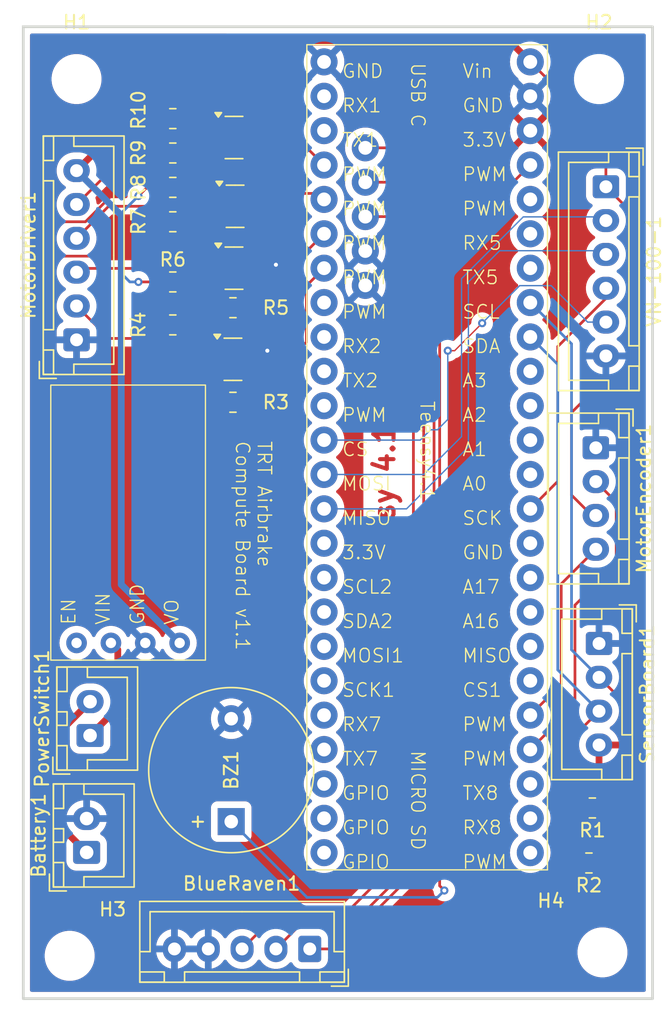
<source format=kicad_pcb>
(kicad_pcb (version 20240108) (generator "pcbnew") (generator_version "8.0")
  (layers (0 "F.Cu" signal) (31 "B.Cu" signal) (34 "B.Paste" user) (35 "F.Paste" user) (36 "B.SilkS" user "B.Silkscreen") (37 "F.SilkS" user "F.Silkscreen") (38 "B.Mask" user) (39 "F.Mask" user) (44 "Edge.Cuts" user))
  (net 0 "")
  (net 1 "Net-(Battery1-Pin_1)")
  (net 2 "/BR-RX")
  (net 3 "/BR-TX")
  (net 4 "/usb_5v")
  (net 5 "/D+")
  (net 6 "/D-")
  (net 7 "+5V")
  (net 8 "/BK")
  (net 9 "/SV")
  (net 10 "/SDA")
  (net 11 "+3.3V")
  (net 12 "/SCL")
  (net 14 "GND")
  (net 18 "/SCK")
  (net 24 "/MOSI")
  (net 33 "Net-(Buck_Converter1-VIN)")
  (net 34 "Net-(MotorDriver1-Pin_3)")
  (net 35 "Net-(MotorDriver1-Pin_2)")
  (net 37 "/CS")
  (net 43 "/MISO")
  (net 49 "/buzzer")
  (net 50 "Net-(MotorDriver1-Pin_5)")
  (net 51 "Net-(MotorDriver1-Pin_4)")
  (net 52 "/Encoder_A")
  (net 53 "/Encoder_B")
  (net 54 "/Dir")
  (net 55 "/Stop")
  (net 58 "Net-(Q1-B)")
  (net 59 "Net-(Q2-B)")
  (net 60 "Net-(Q3-B)")
  (net 61 "Net-(Q4-B)")
  (footprint "MountingHole:MountingHole_3.2mm_M3" (layer "F.Cu") (at 138.43 132.334)
    (property "Reference" "H3" (at 3.175 -3.429 0) (layer "F.SilkS"))
    (property "Value" "MountingHole")
    (pad "" np_thru_hole circle (at 0 0) (size 3.2 3.2) (drill 3.2) (layers "*.Cu" "*.Mask"))
  )
  (footprint "Resistor_SMD:R_0805_2012Metric_Pad1.20x1.40mm_HandSolder" (layer "F.Cu") (at 146.05 73.025)
    (property "Reference" "R9" (at -2.54 0 90) (layer "F.SilkS"))
    (property "Value" "3.3kΩ")
    (pad "1" smd roundrect (at -1 0) (size 1.2 1.4) (layers "F.Cu" "F.Paste" "F.Mask") (roundrect_rratio 0.208333) (net 11 "+3.3V"))
    (pad "2" smd roundrect (at 1 0) (size 1.2 1.4) (layers "F.Cu" "F.Paste" "F.Mask") (roundrect_rratio 0.208333) (net 61 "Net-(Q4-B)"))
  )
  (footprint "Connector_JST:JST_XH_B5B-XH-A_1x05_P2.50mm_Vertical" (layer "F.Cu") (at 156.17 131.826 180)
    (property "Reference" "BlueRaven1" (at 5.04 4.826 180) (layer "F.SilkS"))
    (property "Value" "Conn_01x05")
    (pad "1" thru_hole roundrect (at 0 0 180) (size 1.7 1.95) (drill 0.95) (layers "*.Cu" "*.Mask") (roundrect_rratio 0.147059) (net 4 "/usb_5v"))
    (pad "2" thru_hole oval (at 2.5 0 180) (size 1.7 1.95) (drill 0.95) (layers "*.Cu" "*.Mask") (net 6 "/D-"))
    (pad "3" thru_hole oval (at 5 0 180) (size 1.7 1.95) (drill 0.95) (layers "*.Cu" "*.Mask") (net 5 "/D+"))
    (pad "4" thru_hole oval (at 7.5 0 180) (size 1.7 1.95) (drill 0.95) (layers "*.Cu" "*.Mask") (net 14 "GND"))
    (pad "5" thru_hole oval (at 10 0 180) (size 1.7 1.95) (drill 0.95) (layers "*.Cu" "*.Mask") (net 14 "GND"))
  )
  (footprint "Breakout Boards:Teensy_4.1_USB" (layer "F.Cu") (at 164.846 95.504)
    (property "Reference" "Teensy4.1" (at 0 -0.5 -90) (layer "F.SilkS") (effects (font (thickness 0.1))))
    (property "Value" "~")
    (fp_text user "3.3V" (at -6.35 7.62 0) (layer "F.SilkS") (effects (font (thickness 0.1)) (justify left bottom)))
    (fp_text user "PWM" (at 2.54 -17.78 0) (layer "F.SilkS") (effects (font (thickness 0.1)) (justify left bottom)))
    (fp_text user "SCK1" (at -6.35 17.78 0) (layer "F.SilkS") (effects (font (thickness 0.1)) (justify left bottom)))
    (fp_text user "SDA" (at 2.54 -7.62 0) (layer "F.SilkS") (effects (font (thickness 0.1)) (justify left bottom)))
    (fp_text user "GND" (at 2.54 7.62 0) (layer "F.SilkS") (effects (font (thickness 0.1)) (justify left bottom)))
    (fp_text user "PWM" (at 2.54 -20.32 0) (layer "F.SilkS") (effects (font (thickness 0.1)) (justify left bottom)))
    (fp_text user "PWM" (at 2.54 30.48 0) (layer "F.SilkS") (effects (font (thickness 0.1)) (justify left bottom)))
    (fp_text user "Vin" (at 2.54 -27.94 0) (layer "F.SilkS") (effects (font (thickness 0.1)) (justify left bottom)))
    (fp_text user "TX5" (at 2.54 -12.7 0) (layer "F.SilkS") (effects (font (thickness 0.1)) (justify left bottom)))
    (fp_text user "TX1" (at -6.35 -22.86 0) (layer "F.SilkS") (effects (font (thickness 0.1)) (justify left bottom)))
    (fp_text user "A16" (at 2.54 12.7 0) (layer "F.SilkS") (effects (font (thickness 0.1)) (justify left bottom)))
    (fp_text user "CS" (at -6.35 0 0) (layer "F.SilkS") (effects (font (thickness 0.1)) (justify left bottom)))
    (fp_text user "GPIO" (at -6.35 27.94 0) (layer "F.SilkS") (effects (font (thickness 0.1)) (justify left bottom)))
    (fp_text user "A3" (at 2.54 -5.08 0) (layer "F.SilkS") (effects (font (thickness 0.1)) (justify left bottom)))
    (fp_text user "3.3V" (at 2.54 -22.86 0) (layer "F.SilkS") (effects (font (thickness 0.1)) (justify left bottom)))
    (fp_text user "RX5" (at 2.54 -15.24 0) (layer "F.SilkS") (effects (font (thickness 0.1)) (justify left bottom)))
    (fp_text user "PWM" (at 2.54 20.32 0) (layer "F.SilkS") (effects (font (thickness 0.1)) (justify left bottom)))
    (fp_text user "RX8" (at 2.54 27.94 0) (layer "F.SilkS") (effects (font (thickness 0.1)) (justify left bottom)))
    (fp_text user "PWM" (at 2.54 22.86 0) (layer "F.SilkS") (effects (font (thickness 0.1)) (justify left bottom)))
    (fp_text user "PWM" (at -6.35 -20.32 0) (layer "F.SilkS") (effects (font (thickness 0.1)) (justify left bottom)))
    (fp_text user "SCL2" (at -6.35 10.16 0) (layer "F.SilkS") (effects (font (thickness 0.1)) (justify left bottom)))
    (fp_text user "GND" (at 2.54 -25.4 0) (layer "F.SilkS") (effects (font (thickness 0.1)) (justify left bottom)))
    (fp_text user "A17" (at 2.54 10.16 0) (layer "F.SilkS") (effects (font (thickness 0.1)) (justify left bottom)))
    (fp_text user "A2" (at 2.54 -2.54 0) (layer "F.SilkS") (effects (font (thickness 0.1)) (justify left bottom)))
    (fp_text user "GND" (at -6.35 -27.94 0) (layer "F.SilkS") (effects (font (thickness 0.1)) (justify left bottom)))
    (fp_text user "GPIO" (at -6.35 25.4 0) (layer "F.SilkS") (effects (font (thickness 0.1)) (justify left bottom)))
    (fp_text user "SDA2" (at -6.35 12.7 0) (layer "F.SilkS") (effects (font (thickness 0.1)) (justify left bottom)))
    (fp_text user "PWM" (at -6.35 -12.7 0) (layer "F.SilkS") (effects (font (thickness 0.1)) (justify left bottom)))
    (fp_text user "MOSI1" (at -6.35 15.24 0) (layer "F.SilkS") (effects (font (thickness 0.1)) (justify left bottom)))
    (fp_text user "TX8" (at 2.54 25.4 0) (layer "F.SilkS") (effects (font (thickness 0.1)) (justify left bottom)))
    (fp_text user "A1" (at 2.54 0 0) (layer "F.SilkS") (effects (font (thickness 0.1)) (justify left bottom)))
    (fp_text user "MISO" (at -6.35 5.08 0) (layer "F.SilkS") (effects (font (thickness 0.1)) (justify left bottom)))
    (fp_text user "TX7" (at -6.35 22.86 0) (layer "F.SilkS") (effects (font (thickness 0.1)) (justify left bottom)))
    (fp_text user "SCL" (at 2.54 -10.16 0) (layer "F.SilkS") (effects (font (thickness 0.1)) (justify left bottom)))
    (fp_text user "RX2" (at -6.35 -7.62 0) (layer "F.SilkS") (effects (font (thickness 0.1)) (justify left bottom)))
    (fp_text user "MICRO SD" (at -1.27 21.59 -90) (layer "F.SilkS") (effects (font (thickness 0.1)) (justify left bottom)))
    (fp_text user "SCK" (at 2.54 5.08 0) (layer "F.SilkS") (effects (font (thickness 0.1)) (justify left bottom)))
    (fp_text user "RX1" (at -6.35 -25.4 0) (layer "F.SilkS") (effects (font (thickness 0.1)) (justify left bottom)))
    (fp_text user "GPIO" (at -6.35 30.48 0) (layer "F.SilkS") (effects (font (thickness 0.1)) (justify left bottom)))
    (fp_text user "A0" (at 2.54 2.54 0) (layer "F.SilkS") (effects (font (thickness 0.1)) (justify left bottom)))
    (fp_text user "MOSI" (at -6.35 2.54 0) (layer "F.SilkS") (effects (font (thickness 0.1)) (justify left bottom)))
    (fp_text user "RX7" (at -6.35 20.32 0) (layer "F.SilkS") (effects (font (thickness 0.1)) (justify left bottom)))
    (fp_text user "TX2" (at -6.35 -5.08 0) (layer "F.SilkS") (effects (font (thickness 0.1)) (justify left bottom)))
    (fp_text user "CS1" (at 2.54 17.78 0) (layer "F.SilkS") (effects (font (thickness 0.1)) (justify left bottom)))
    (fp_text user "MISO" (at 2.54 15.24 0) (layer "F.SilkS") (effects (font (thickness 0.1)) (justify left bottom)))
    (fp_text user "PWM" (at -6.35 -17.78 0) (layer "F.SilkS") (effects (font (thickness 0.1)) (justify left bottom)))
    (fp_text user "PWM" (at -6.35 -10.16 0) (layer "F.SilkS") (effects (font (thickness 0.1)) (justify left bottom)))
    (fp_text user "USB C" (at -1.27 -29.21 -90) (layer "F.SilkS") (effects (font (thickness 0.1)) (justify left bottom)))
    (fp_text user "PWM" (at -6.35 -15.24 0) (layer "F.SilkS") (effects (font (thickness 0.1)) (justify left bottom)))
    (fp_text user "PWM" (at -6.35 -2.54 0) (layer "F.SilkS") (effects (font (thickness 0.1)) (justify left bottom)))
    (pad "0" thru_hole circle (at -7.62 -29.21) (size 2 2) (drill 1.02) (layers "*.Cu" "*.Mask") (net 14 "GND"))
    (pad "1" thru_hole circle (at -7.62 -26.67) (size 2 2) (drill 1.02) (layers "*.Cu" "*.Mask"))
    (pad "2" thru_hole circle (at -7.62 -24.13) (size 2 2) (drill 1.02) (layers "*.Cu" "*.Mask"))
    (pad "3" thru_hole circle (at -7.62 -21.59) (size 2 2) (drill 1.02) (layers "*.Cu" "*.Mask") (net 9 "/SV"))
    (pad "4" thru_hole circle (at -7.62 -19.05) (size 2 2) (drill 1.02) (layers "*.Cu" "*.Mask") (net 8 "/BK"))
    (pad "5" thru_hole circle (at -7.62 -16.51) (size 2 2) (drill 1.02) (layers "*.Cu" "*.Mask") (net 55 "/Stop"))
    (pad "6" thru_hole circle (at -7.62 -13.97) (size 2 2) (drill 1.02) (layers "*.Cu" "*.Mask") (net 54 "/Dir"))
    (pad "7" thru_hole circle (at -7.62 -11.43) (size 2 2) (drill 1.02) (layers "*.Cu" "*.Mask"))
    (pad "8" thru_hole circle (at -7.62 -8.89) (size 2 2) (drill 1.02) (layers "*.Cu" "*.Mask"))
    (pad "9" thru_hole circle (at -7.62 -6.35) (size 2 2) (drill 1.02) (layers "*.Cu" "*.Mask"))
    (pad "10" thru_hole circle (at -7.62 -3.81) (size 2 2) (drill 1.02) (layers "*.Cu" "*.Mask"))
    (pad "11" thru_hole circle (at -7.62 -1.27) (size 2 2) (drill 1.02) (layers "*.Cu" "*.Mask") (net 37 "/CS"))
    (pad "12" thru_hole circle (at -7.62 1.27) (size 2 2) (drill 1.02) (layers "*.Cu" "*.Mask") (net 24 "/MOSI"))
    (pad "13" thru_hole circle (at -7.62 3.81) (size 2 2) (drill 1.02) (layers "*.Cu" "*.Mask") (net 43 "/MISO"))
    (pad "14" thru_hole circle (at -7.62 6.35) (size 2 2) (drill 1.02) (layers "*.Cu" "*.Mask"))
    (pad "15" thru_hole circle (at -7.62 8.89) (size 2 2) (drill 1.02) (layers "*.Cu" "*.Mask"))
    (pad "16" thru_hole circle (at -7.62 11.43) (size 2 2) (drill 1.02) (layers "*.Cu" "*.Mask"))
    (pad "17" thru_hole circle (at -7.62 13.97) (size 2 2) (drill 1.02) (layers "*.Cu" "*.Mask"))
    (pad "18" thru_hole circle (at -7.62 16.51) (size 2 2) (drill 1.02) (layers "*.Cu" "*.Mask"))
    (pad "19" thru_hole circle (at -7.62 19.05) (size 2 2) (drill 1.02) (layers "*.Cu" "*.Mask"))
    (pad "20" thru_hole circle (at -7.62 21.59) (size 2 2) (drill 1.02) (layers "*.Cu" "*.Mask"))
    (pad "21" thru_hole circle (at -7.62 24.13) (size 2 2) (drill 1.02) (layers "*.Cu" "*.Mask"))
    (pad "22" thru_hole circle (at -7.62 26.67) (size 2 2) (drill 1.02) (layers "*.Cu" "*.Mask"))
    (pad "23" thru_hole circle (at -7.62 29.21) (size 2 2) (drill 1.02) (layers "*.Cu" "*.Mask"))
    (pad "24" thru_hole circle (at 7.62 29.21) (size 2 2) (drill 1.02) (layers "*.Cu" "*.Mask"))
    (pad "25" thru_hole circle (at 7.62 26.67) (size 2 2) (drill 1.02) (layers "*.Cu" "*.Mask"))
    (pad "26" thru_hole circle (at 7.62 24.13) (size 2 2) (drill 1.02) (layers "*.Cu" "*.Mask"))
    (pad "27" thru_hole circle (at 7.62 21.59) (size 2 2) (drill 1.02) (layers "*.Cu" "*.Mask") (net 52 "/Encoder_A"))
    (pad "28" thru_hole circle (at 7.62 19.05) (size 2 2) (drill 1.02) (layers "*.Cu" "*.Mask") (net 53 "/Encoder_B"))
    (pad "29" thru_hole circle (at 7.62 16.51) (size 2 2) (drill 1.02) (layers "*.Cu" "*.Mask"))
    (pad "30" thru_hole circle (at 7.62 13.97) (size 2 2) (drill 1.02) (layers "*.Cu" "*.Mask"))
    (pad "31" thru_hole circle (at 7.62 11.43) (size 2 2) (drill 1.02) (layers "*.Cu" "*.Mask"))
    (pad "32" thru_hole circle (at 7.62 8.89) (size 2 2) (drill 1.02) (layers "*.Cu" "*.Mask"))
    (pad "33" thru_hole circle (at 7.62 6.35) (size 2 2) (drill 1.02) (layers "*.Cu" "*.Mask"))
    (pad "34" thru_hole circle (at 7.62 3.81) (size 2 2) (drill 1.02) (layers "*.Cu" "*.Mask") (net 18 "/SCK"))
    (pad "35" thru_hole circle (at 7.62 1.27) (size 2 2) (drill 1.02) (layers "*.Cu" "*.Mask"))
    (pad "36" thru_hole circle (at 7.62 -1.27) (size 2 2) (drill 1.02) (layers "*.Cu" "*.Mask"))
    (pad "37" thru_hole circle (at 7.62 -3.81) (size 2 2) (drill 1.02) (layers "*.Cu" "*.Mask"))
    (pad "38" thru_hole circle (at 7.62 -6.35) (size 2 2) (drill 1.02) (layers "*.Cu" "*.Mask"))
    (pad "39" thru_hole circle (at 7.62 -8.89) (size 2 2) (drill 1.02) (layers "*.Cu" "*.Mask") (net 10 "/SDA"))
    (pad "40" thru_hole circle (at 7.62 -11.43) (size 2 2) (drill 1.02) (layers "*.Cu" "*.Mask") (net 12 "/SCL"))
    (pad "41" thru_hole circle (at 7.62 -13.97) (size 2 2) (drill 1.02) (layers "*.Cu" "*.Mask") (net 2 "/BR-RX"))
    (pad "42" thru_hole circle (at 7.62 -16.51) (size 2 2) (drill 1.02) (layers "*.Cu" "*.Mask") (net 3 "/BR-TX"))
    (pad "43" thru_hole circle (at 7.62 -19.05) (size 2 2) (drill 1.02) (layers "*.Cu" "*.Mask"))
    (pad "44" thru_hole circle (at 7.62 -21.59) (size 2 2) (drill 1.02) (layers "*.Cu" "*.Mask") (net 49 "/buzzer"))
    (pad "45" thru_hole circle (at 7.62 -24.13) (size 2 2) (drill 1.02) (layers "*.Cu" "*.Mask") (net 11 "+3.3V"))
    (pad "46" thru_hole circle (at 7.62 -26.67) (size 2 2) (drill 1.02) (layers "*.Cu" "*.Mask") (net 14 "GND"))
    (pad "47" thru_hole circle (at 7.62 -29.21) (size 2 2) (drill 1.02) (layers "*.Cu" "*.Mask") (net 7 "+5V"))
    (pad "48" thru_hole circle (at -4.57 -22.86) (size 2 2) (drill 1.02) (layers "*.Cu" "*.Mask") (net 4 "/usb_5v"))
    (pad "49" thru_hole circle (at -4.57 -20.32) (size 2 2) (drill 1.02) (layers "*.Cu" "*.Mask") (net 6 "/D-"))
    (pad "50" thru_hole circle (at -4.57 -17.78) (size 2 2) (drill 1.02) (layers "*.Cu" "*.Mask") (net 5 "/D+"))
    (pad "51" thru_hole circle (at -4.57 -15.24) (size 2 2) (drill 1.02) (layers "*.Cu" "*.Mask") (net 14 "GND"))
    (pad "52" thru_hole circle (at -4.57 -12.7) (size 2 2) (drill 1.02) (layers "*.Cu" "*.Mask") (net 14 "GND"))
  )
  (footprint "Buzzer_Beeper:Buzzer_12x9.5RM7.6" (layer "F.Cu") (at 150.368 122.418 90)
    (property "Reference" "BZ1" (at 3.8 0 -90) (layer "F.SilkS"))
    (property "Value" "Buzzer")
    (fp_text user "+" (at -0.01 -2.54 -90) (layer "F.SilkS"))
    (pad "1" thru_hole rect (at 0 0 90) (size 2 2) (drill 1) (layers "*.Cu" "*.Mask") (net 49 "/buzzer"))
    (pad "2" thru_hole circle (at 7.6 0 90) (size 2 2) (drill 1) (layers "*.Cu" "*.Mask") (net 14 "GND"))
  )
  (footprint "Resistor_SMD:R_0805_2012Metric_Pad1.20x1.40mm_HandSolder" (layer "F.Cu") (at 176.8 125.476 180)
    (property "Reference" "R2" (at 0 -1.65 180) (layer "F.SilkS"))
    (property "Value" "3.3kΩ")
    (pad "1" smd roundrect (at -1 0 180) (size 1.2 1.4) (layers "F.Cu" "F.Paste" "F.Mask") (roundrect_rratio 0.208333) (net 11 "+3.3V"))
    (pad "2" smd roundrect (at 1 0 180) (size 1.2 1.4) (layers "F.Cu" "F.Paste" "F.Mask") (roundrect_rratio 0.208333) (net 10 "/SDA"))
  )
  (footprint "Resistor_SMD:R_0805_2012Metric_Pad1.20x1.40mm_HandSolder" (layer "F.Cu") (at 146.05 70.485)
    (property "Reference" "R10" (at -2.54 -0.635 90) (layer "F.SilkS"))
    (property "Value" "10kΩ")
    (pad "1" smd roundrect (at -1 0) (size 1.2 1.4) (layers "F.Cu" "F.Paste" "F.Mask") (roundrect_rratio 0.208333) (net 7 "+5V"))
    (pad "2" smd roundrect (at 1 0) (size 1.2 1.4) (layers "F.Cu" "F.Paste" "F.Mask") (roundrect_rratio 0.208333) (net 50 "Net-(MotorDriver1-Pin_5)"))
  )
  (footprint "Resistor_SMD:R_0805_2012Metric_Pad1.20x1.40mm_HandSolder" (layer "F.Cu") (at 146.05 78.105)
    (property "Reference" "R7" (at -2.54 0 90) (layer "F.SilkS"))
    (property "Value" "3.3kΩ")
    (pad "1" smd roundrect (at -1 0) (size 1.2 1.4) (layers "F.Cu" "F.Paste" "F.Mask") (roundrect_rratio 0.208333) (net 11 "+3.3V"))
    (pad "2" smd roundrect (at 1 0) (size 1.2 1.4) (layers "F.Cu" "F.Paste" "F.Mask") (roundrect_rratio 0.208333) (net 60 "Net-(Q3-B)"))
  )
  (footprint "Breakout Boards:Buck_Converter" (layer "F.Cu") (at 142.748 100.33)
    (property "Reference" "Buck_Converter1" (hide yes))
    (property "Value" "~")
    (fp_text user "GND" (at 1.27 7.62 90) (layer "F.SilkS") (effects (font (thickness 0.1)) (justify left bottom)))
    (fp_text user "EN" (at -3.81 7.62 90) (layer "F.SilkS") (effects (font (thickness 0.1)) (justify left bottom)))
    (fp_text user "VIN" (at -1.27 7.62 90) (layer "F.SilkS") (effects (font (thickness 0.1)) (justify left bottom)))
    (fp_text user "VO" (at 3.81 7.62 90) (layer "F.SilkS") (effects (font (thickness 0.1)) (justify left bottom)))
    (pad "0" thru_hole circle (at -3.81 8.89) (size 1.524 1.524) (drill 0.762) (layers "*.Cu" "*.Mask"))
    (pad "1" thru_hole circle (at -1.27 8.89) (size 1.524 1.524) (drill 0.762) (layers "*.Cu" "*.Mask") (net 33 "Net-(Buck_Converter1-VIN)"))
    (pad "2" thru_hole circle (at 1.27 8.89) (size 1.524 1.524) (drill 0.762) (layers "*.Cu" "*.Mask") (net 14 "GND"))
    (pad "3" thru_hole circle (at 3.81 8.89) (size 1.524 1.524) (drill 0.762) (layers "*.Cu" "*.Mask") (net 7 "+5V"))
  )
  (footprint "Connector_JST:JST_XH_B6B-XH-A_1x06_P2.50mm_Vertical" (layer "F.Cu") (at 178.054 75.518 -90)
    (property "Reference" "VN-100-1" (at 6.25 -3.55 90) (layer "F.SilkS"))
    (property "Value" "Conn_01x06")
    (pad "1" thru_hole roundrect (at 0 0 270) (size 1.7 1.95) (drill 0.95) (layers "*.Cu" "*.Mask") (roundrect_rratio 0.147059) (net 7 "+5V"))
    (pad "2" thru_hole oval (at 2.5 0 270) (size 1.7 1.95) (drill 0.95) (layers "*.Cu" "*.Mask") (net 24 "/MOSI"))
    (pad "3" thru_hole oval (at 5 0 270) (size 1.7 1.95) (drill 0.95) (layers "*.Cu" "*.Mask") (net 43 "/MISO"))
    (pad "4" thru_hole oval (at 7.5 0 270) (size 1.7 1.95) (drill 0.95) (layers "*.Cu" "*.Mask") (net 18 "/SCK"))
    (pad "5" thru_hole oval (at 10 0 270) (size 1.7 1.95) (drill 0.95) (layers "*.Cu" "*.Mask") (net 37 "/CS"))
    (pad "6" thru_hole oval (at 12.5 0 270) (size 1.7 1.95) (drill 0.95) (layers "*.Cu" "*.Mask") (net 14 "GND"))
  )
  (footprint "Connector_JST:JST_XH_B2B-XH-A_1x02_P2.50mm_Vertical" (layer "F.Cu") (at 139.937 116.058 90)
    (property "Reference" "PowerSwitch1" (at 1.25 -3.55 -90) (layer "F.SilkS"))
    (property "Value" "Conn_01x02")
    (pad "1" thru_hole roundrect (at 0 0 90) (size 1.7 2) (drill 1) (layers "*.Cu" "*.Mask") (roundrect_rratio 0.147059) (net 33 "Net-(Buck_Converter1-VIN)"))
    (pad "2" thru_hole oval (at 2.5 0 90) (size 1.7 2) (drill 1) (layers "*.Cu" "*.Mask") (net 1 "Net-(Battery1-Pin_1)"))
  )
  (footprint "Connector_JST:JST_XH_B4B-XH-A_1x04_P2.50mm_Vertical" (layer "F.Cu") (at 177.546 109.26 -90)
    (property "Reference" "SensorBoard1" (at 3.75 -3.55 90) (layer "F.SilkS"))
    (property "Value" "Conn_01x04")
    (pad "1" thru_hole roundrect (at 0 0 270) (size 1.7 1.95) (drill 0.95) (layers "*.Cu" "*.Mask") (roundrect_rratio 0.147059) (net 14 "GND"))
    (pad "2" thru_hole oval (at 2.5 0 270) (size 1.7 1.95) (drill 0.95) (layers "*.Cu" "*.Mask") (net 12 "/SCL"))
    (pad "3" thru_hole oval (at 5 0 270) (size 1.7 1.95) (drill 0.95) (layers "*.Cu" "*.Mask") (net 10 "/SDA"))
    (pad "4" thru_hole oval (at 7.5 0 270) (size 1.7 1.95) (drill 0.95) (layers "*.Cu" "*.Mask") (net 11 "+3.3V"))
  )
  (footprint "MountingHole:MountingHole_3.2mm_M3" (layer "F.Cu") (at 138.938 67.564)
    (property "Reference" "H1" (at 0 -4.2 0) (layer "F.SilkS"))
    (property "Value" "MountingHole")
    (pad "" np_thru_hole circle (at 0 0) (size 3.2 3.2) (drill 3.2) (layers "F&B.Cu" "*.Mask"))
  )
  (footprint "MountingHole:MountingHole_3.2mm_M3" (layer "F.Cu") (at 177.8 132.08)
    (property "Reference" "H4" (at -3.81 -3.81 0) (layer "F.SilkS"))
    (property "Value" "MountingHole")
    (pad "" np_thru_hole circle (at 0 0) (size 3.2 3.2) (drill 3.2) (layers "*.Cu" "*.Mask"))
  )
  (footprint "Package_TO_SOT_SMD:SOT-23" (layer "F.Cu") (at 150.5735 71.882)
    (property "Reference" "Q4" (hide yes))
    (property "Value" "Q_NPN_BEC")
    (pad "1" smd roundrect (at -0.9375 0.95) (size 1.475 0.6) (layers "F.Cu" "F.Paste" "F.Mask") (net 61 "Net-(Q4-B)"))
    (pad "2" smd roundrect (at 0.9375 0) (size 1.475 0.6) (layers "F.Cu" "F.Paste" "F.Mask") (net 50 "Net-(MotorDriver1-Pin_5)"))
    (pad "3" smd roundrect (at -0.9375 -0.95) (size 1.475 0.6) (layers "F.Cu" "F.Paste" "F.Mask") (net 9 "/SV"))
  )
  (footprint "Connector_JST:JST_XH_B6B-XH-A_1x06_P2.50mm_Vertical" (layer "F.Cu") (at 138.938 86.828 90)
    (property "Reference" "MotorDriver1" (at 6.25 -3.55 -90) (layer "F.SilkS"))
    (property "Value" "Conn_01x06")
    (pad "1" thru_hole roundrect (at 0 0 90) (size 1.7 1.95) (drill 0.95) (layers "*.Cu" "*.Mask") (roundrect_rratio 0.147059) (net 14 "GND"))
    (pad "2" thru_hole oval (at 2.5 0 90) (size 1.7 1.95) (drill 0.95) (layers "*.Cu" "*.Mask") (net 35 "Net-(MotorDriver1-Pin_2)"))
    (pad "3" thru_hole oval (at 5 0 90) (size 1.7 1.95) (drill 0.95) (layers "*.Cu" "*.Mask") (net 34 "Net-(MotorDriver1-Pin_3)"))
    (pad "4" thru_hole oval (at 7.5 0 90) (size 1.7 1.95) (drill 0.95) (layers "*.Cu" "*.Mask") (net 51 "Net-(MotorDriver1-Pin_4)"))
    (pad "5" thru_hole oval (at 10 0 90) (size 1.7 1.95) (drill 0.95) (layers "*.Cu" "*.Mask") (net 50 "Net-(MotorDriver1-Pin_5)"))
    (pad "6" thru_hole oval (at 12.5 0 90) (size 1.7 1.95) (drill 0.95) (layers "*.Cu" "*.Mask") (net 7 "+5V"))
  )
  (footprint "Resistor_SMD:R_0805_2012Metric_Pad1.20x1.40mm_HandSolder" (layer "F.Cu") (at 146.05 75.565)
    (property "Reference" "R8" (at -2.54 0 90) (layer "F.SilkS"))
    (property "Value" "10kΩ")
    (pad "1" smd roundrect (at -1 0) (size 1.2 1.4) (layers "F.Cu" "F.Paste" "F.Mask") (roundrect_rratio 0.208333) (net 7 "+5V"))
    (pad "2" smd roundrect (at 1 0) (size 1.2 1.4) (layers "F.Cu" "F.Paste" "F.Mask") (roundrect_rratio 0.208333) (net 51 "Net-(MotorDriver1-Pin_4)"))
  )
  (footprint "Connector_JST:JST_XH_B4B-XH-A_1x04_P2.50mm_Vertical" (layer "F.Cu") (at 177.309 94.802 -90)
    (property "Reference" "MotorEncoder1" (at 3.75 -3.55 90) (layer "F.SilkS"))
    (property "Value" "Conn_01x04")
    (pad "1" thru_hole roundrect (at 0 0 270) (size 1.7 1.95) (drill 0.95) (layers "*.Cu" "*.Mask") (roundrect_rratio 0.147059) (net 14 "GND"))
    (pad "2" thru_hole oval (at 2.5 0 270) (size 1.7 1.95) (drill 0.95) (layers "*.Cu" "*.Mask") (net 52 "/Encoder_A"))
    (pad "3" thru_hole oval (at 5 0 270) (size 1.7 1.95) (drill 0.95) (layers "*.Cu" "*.Mask") (net 7 "+5V"))
    (pad "4" thru_hole oval (at 7.5 0 270) (size 1.7 1.95) (drill 0.95) (layers "*.Cu" "*.Mask") (net 53 "/Encoder_B"))
  )
  (footprint "Package_TO_SOT_SMD:SOT-23" (layer "F.Cu") (at 150.652 76.962)
    (property "Reference" "Q3" (hide yes))
    (property "Value" "Q_NPN_BEC")
    (pad "1" smd roundrect (at -0.9375 0.95) (size 1.475 0.6) (layers "F.Cu" "F.Paste" "F.Mask") (net 60 "Net-(Q3-B)"))
    (pad "2" smd roundrect (at 0.9375 0) (size 1.475 0.6) (layers "F.Cu" "F.Paste" "F.Mask") (net 51 "Net-(MotorDriver1-Pin_4)"))
    (pad "3" smd roundrect (at -0.9375 -0.95) (size 1.475 0.6) (layers "F.Cu" "F.Paste" "F.Mask") (net 8 "/BK"))
  )
  (footprint "Resistor_SMD:R_0805_2012Metric_Pad1.20x1.40mm_HandSolder" (layer "F.Cu") (at 177.054 121.412 180)
    (property "Reference" "R1" (at 0 -1.65 180) (layer "F.SilkS"))
    (property "Value" "3.3kΩ")
    (pad "1" smd roundrect (at -1 0 180) (size 1.2 1.4) (layers "F.Cu" "F.Paste" "F.Mask") (roundrect_rratio 0.208333) (net 12 "/SCL"))
    (pad "2" smd roundrect (at 1 0 180) (size 1.2 1.4) (layers "F.Cu" "F.Paste" "F.Mask") (roundrect_rratio 0.208333) (net 11 "+3.3V"))
  )
  (footprint "Package_TO_SOT_SMD:SOT-23" (layer "F.Cu") (at 150.495 88.265)
    (property "Reference" "Q1" (hide yes))
    (property "Value" "Q_NPN_BEC")
    (pad "1" smd roundrect (at -0.9375 0.95) (size 1.475 0.6) (layers "F.Cu" "F.Paste" "F.Mask") (net 58 "Net-(Q1-B)"))
    (pad "2" smd roundrect (at 0.9375 0) (size 1.475 0.6) (layers "F.Cu" "F.Paste" "F.Mask") (net 14 "GND"))
    (pad "3" smd roundrect (at -0.9375 -0.95) (size 1.475 0.6) (layers "F.Cu" "F.Paste" "F.Mask") (net 35 "Net-(MotorDriver1-Pin_2)"))
  )
  (footprint "Resistor_SMD:R_0805_2012Metric_Pad1.20x1.40mm_HandSolder" (layer "F.Cu") (at 146.05 82.55)
    (property "Reference" "R6" (at 0 -1.65 180) (layer "F.SilkS"))
    (property "Value" "3.3kΩ")
    (pad "1" smd roundrect (at -1 0) (size 1.2 1.4) (layers "F.Cu" "F.Paste" "F.Mask") (roundrect_rratio 0.208333) (net 7 "+5V"))
    (pad "2" smd roundrect (at 1 0) (size 1.2 1.4) (layers "F.Cu" "F.Paste" "F.Mask") (roundrect_rratio 0.208333) (net 34 "Net-(MotorDriver1-Pin_3)"))
  )
  (footprint "Resistor_SMD:R_0805_2012Metric_Pad1.20x1.40mm_HandSolder" (layer "F.Cu") (at 146.05 85.725)
    (property "Reference" "R4" (at -2.54 0 90) (layer "F.SilkS"))
    (property "Value" "3.3kΩ")
    (pad "1" smd roundrect (at -1 0) (size 1.2 1.4) (layers "F.Cu" "F.Paste" "F.Mask") (roundrect_rratio 0.208333) (net 7 "+5V"))
    (pad "2" smd roundrect (at 1 0) (size 1.2 1.4) (layers "F.Cu" "F.Paste" "F.Mask") (roundrect_rratio 0.208333) (net 35 "Net-(MotorDriver1-Pin_2)"))
  )
  (footprint "Resistor_SMD:R_0805_2012Metric_Pad1.20x1.40mm_HandSolder" (layer "F.Cu") (at 150.495 91.44 180)
    (property "Reference" "R3" (at -3.175 0 0) (layer "F.SilkS"))
    (property "Value" "10kΩ")
    (pad "1" smd roundrect (at -1 0 180) (size 1.2 1.4) (layers "F.Cu" "F.Paste" "F.Mask") (roundrect_rratio 0.208333) (net 54 "/Dir"))
    (pad "2" smd roundrect (at 1 0 180) (size 1.2 1.4) (layers "F.Cu" "F.Paste" "F.Mask") (roundrect_rratio 0.208333) (net 58 "Net-(Q1-B)"))
  )
  (footprint "Connector_JST:JST_XH_B2B-XH-A_1x02_P2.50mm_Vertical" (layer "F.Cu") (at 139.683 124.694 90)
    (property "Reference" "Battery1" (at 1.25 -3.55 -90) (layer "F.SilkS"))
    (property "Value" "Conn_01x02")
    (pad "1" thru_hole roundrect (at 0 0 90) (size 1.7 2) (drill 1) (layers "*.Cu" "*.Mask") (roundrect_rratio 0.147059) (net 1 "Net-(Battery1-Pin_1)"))
    (pad "2" thru_hole oval (at 2.5 0 90) (size 1.7 2) (drill 1) (layers "*.Cu" "*.Mask") (net 14 "GND"))
  )
  (footprint "Resistor_SMD:R_0805_2012Metric_Pad1.20x1.40mm_HandSolder" (layer "F.Cu") (at 150.495 84.455 180)
    (property "Reference" "R5" (at -3.175 0 0) (layer "F.SilkS"))
    (property "Value" "10kΩ")
    (pad "1" smd roundrect (at -1 0 180) (size 1.2 1.4) (layers "F.Cu" "F.Paste" "F.Mask") (roundrect_rratio 0.208333) (net 55 "/Stop"))
    (pad "2" smd roundrect (at 1 0 180) (size 1.2 1.4) (layers "F.Cu" "F.Paste" "F.Mask") (roundrect_rratio 0.208333) (net 59 "Net-(Q2-B)"))
  )
  (footprint "MountingHole:MountingHole_3.2mm_M3" (layer "F.Cu") (at 177.546 67.564)
    (property "Reference" "H2" (at 0 -4.2 0) (layer "F.SilkS"))
    (property "Value" "MountingHole")
    (pad "" np_thru_hole circle (at 0 0) (size 3.2 3.2) (drill 3.2) (layers "*.Cu" "*.Mask"))
  )
  (footprint "Package_TO_SOT_SMD:SOT-23" (layer "F.Cu") (at 150.5735 81.534)
    (property "Reference" "Q2" (hide yes))
    (property "Value" "Q_NPN_BEC")
    (pad "1" smd roundrect (at -0.9375 0.95) (size 1.475 0.6) (layers "F.Cu" "F.Paste" "F.Mask") (net 59 "Net-(Q2-B)"))
    (pad "2" smd roundrect (at 0.9375 0) (size 1.475 0.6) (layers "F.Cu" "F.Paste" "F.Mask") (net 14 "GND"))
    (pad "3" smd roundrect (at -0.9375 -0.95) (size 1.475 0.6) (layers "F.Cu" "F.Paste" "F.Mask") (net 34 "Net-(MotorDriver1-Pin_3)"))
  )
  (gr_rect (start 135 63.698) (end 181.5 135.5) (stroke (width 0.2)) (fill none) (layer "Edge.Cuts"))
  (gr_text "Teensy 4.1" (at 162.56 105.41 90) (layer "F.Cu") (effects (font (size 1.5 1.5) (thickness 0.3) (bold yes)) (justify left bottom)))
  (gr_text "TRT Airbrake \nCompute Board v1.1" (at 150.622 94.234 270) (layer "F.SilkS") (effects (font (size 1 1) (thickness 0.1)) (justify left bottom)))
  (segment (start 137.16 116.335) (end 139.937 113.558) (width 0.5) (layer "F.Cu") (net 1))
  (segment (start 137.16 122.171) (end 137.16 116.335) (width 0.5) (layer "F.Cu") (net 1))
  (segment (start 139.683 124.694) (end 137.16 122.171) (width 0.5) (layer "F.Cu") (net 1))
  (segment (start 165.354 124.714) (end 165.354 73.914) (width 0.2) (layer "F.Cu") (net 4))
  (segment (start 156.17 131.826) (end 158.242 131.826) (width 0.2) (layer "F.Cu") (net 4))
  (segment (start 164.084 72.644) (end 160.276 72.644) (width 0.2) (layer "F.Cu") (net 4))
  (segment (start 165.354 73.914) (end 164.084 72.644) (width 0.2) (layer "F.Cu") (net 4))
  (segment (start 158.242 131.826) (end 165.354 124.714) (width 0.2) (layer "F.Cu") (net 4))
  (segment (start 163.322 77.724) (end 160.276 77.724) (width 0.2) (layer "F.Cu") (net 5))
  (segment (start 163.83 124.206) (end 163.83 78.232) (width 0.2) (layer "F.Cu") (net 5))
  (segment (start 163.83 78.232) (end 163.322 77.724) (width 0.2) (layer "F.Cu") (net 5))
  (segment (start 159.004 129.032) (end 163.83 124.206) (width 0.2) (layer "F.Cu") (net 5))
  (segment (start 153.964 129.032) (end 159.004 129.032) (width 0.2) (layer "F.Cu") (net 5))
  (segment (start 151.17 131.826) (end 153.964 129.032) (width 0.2) (layer "F.Cu") (net 5))
  (segment (start 159.512 129.794) (end 164.592 124.714) (width 0.2) (layer "F.Cu") (net 6))
  (segment (start 163.83 75.184) (end 160.276 75.184) (width 0.2) (layer "F.Cu") (net 6))
  (segment (start 164.592 75.946) (end 163.83 75.184) (width 0.2) (layer "F.Cu") (net 6))
  (segment (start 155.702 129.794) (end 159.512 129.794) (width 0.2) (layer "F.Cu") (net 6))
  (segment (start 153.67 131.826) (end 155.702 129.794) (width 0.2) (layer "F.Cu") (net 6))
  (segment (start 164.592 124.714) (end 164.592 75.946) (width 0.2) (layer "F.Cu") (net 6))
  (segment (start 145.05 75.565) (end 144.145 75.565) (width 0.2) (layer "F.Cu") (net 7))
  (segment (start 179.832 91.186) (end 176.53 91.186) (width 0.2) (layer "F.Cu") (net 7))
  (segment (start 180.594 78.058) (end 180.594 90.424) (width 0.2) (layer "F.Cu") (net 7))
  (segment (start 142.781 70.485) (end 138.938 74.328) (width 0.5) (layer "F.Cu") (net 7))
  (segment (start 145.05 70.485) (end 142.781 70.485) (width 0.5) (layer "F.Cu") (net 7))
  (segment (start 180.594 90.424) (end 179.832 91.186) (width 0.2) (layer "F.Cu") (net 7))
  (segment (start 176.53 91.186) (end 175.514 92.202) (width 0.2) (layer "F.Cu") (net 7))
  (segment (start 177.018 99.802) (end 177.309 99.802) (width 0.2) (layer "F.Cu") (net 7))
  (segment (start 175.514 92.202) (end 175.514 98.298) (width 0.2) (layer "F.Cu") (net 7))
  (segment (start 175.514 98.298) (end 177.018 99.802) (width 0.2) (layer "F.Cu") (net 7))
  (segment (start 178.054 71.882) (end 178.054 75.518) (width 0.2) (layer "F.Cu") (net 7))
  (segment (start 145.05 85.725) (end 145.05 82.55) (width 0.2) (layer "F.Cu") (net 7))
  (segment (start 145.05 82.55) (end 143.51 82.55) (width 0.2) (layer "F.Cu") (net 7))
  (segment (start 171.016 64.844) (end 172.466 66.294) (width 0.5) (layer "F.Cu") (net 7))
  (segment (start 172.466 66.294) (end 178.054 71.882) (width 0.2) (layer "F.Cu") (net 7))
  (segment (start 145.05 70.485) (end 150.691 64.844) (width 0.5) (layer "F.Cu") (net 7))
  (segment (start 178.054 75.518) (end 180.594 78.058) (width 0.2) (layer "F.Cu") (net 7))
  (segment (start 150.691 64.844) (end 171.016 64.844) (width 0.5) (layer "F.Cu") (net 7))
  (segment (start 144.145 75.565) (end 143.51 76.2) (width 0.2) (layer "F.Cu") (net 7))
  (via (at 143.51 82.55) (size 0.6) (drill 0.3) (layers "F.Cu" "B.Cu") (net 7))
  (via (at 143.51 76.2) (size 0.6) (drill 0.3) (layers "F.Cu" "B.Cu") (net 7))
  (segment (start 146.558 109.22) (end 142.24 104.902) (width 0.5) (layer "B.Cu") (net 7))
  (segment (start 142.24 77.47) (end 142.24 77.63) (width 0.2) (layer "B.Cu") (net 7))
  (segment (start 142.24 81.915) (end 142.24 77.63) (width 0.5) (layer "B.Cu") (net 7))
  (segment (start 143.51 82.55) (end 142.875 82.55) (width 0.2) (layer "B.Cu") (net 7))
  (segment (start 142.24 77.63) (end 138.938 74.328) (width 0.5) (layer "B.Cu") (net 7))
  (segment (start 142.875 82.55) (end 142.24 81.915) (width 0.2) (layer "B.Cu") (net 7))
  (segment (start 143.51 76.2) (end 142.24 77.47) (width 0.2) (layer "B.Cu") (net 7))
  (segment (start 142.24 104.902) (end 142.24 81.915) (width 0.5) (layer "B.Cu") (net 7))
  (segment (start 149.7145 76.012) (end 156.784 76.012) (width 0.2) (layer "F.Cu") (net 8))
  (segment (start 156.784 76.012) (end 157.226 76.454) (width 0.2) (layer "F.Cu") (net 8))
  (segment (start 154.244 70.932) (end 157.226 73.914) (width 0.2) (layer "F.Cu") (net 9))
  (segment (start 149.636 70.932) (end 154.244 70.932) (width 0.2) (layer "F.Cu") (net 9))
  (segment (start 175.154 116.652) (end 177.546 114.26) (width 0.2) (layer "F.Cu") (net 10))
  (segment (start 175.8 125.476) (end 175.154 124.83) (width 0.2) (layer "F.Cu") (net 10))
  (segment (start 175.154 124.83) (end 175.154 116.652) (width 0.2) (layer "F.Cu") (net 10))
  (segment (start 174.498 111.212) (end 174.498 88.646) (width 0.2) (layer "B.Cu") (net 10))
  (segment (start 177.546 114.26) (end 174.498 111.212) (width 0.2) (layer "B.Cu") (net 10))
  (segment (start 174.498 88.646) (end 172.466 86.614) (width 0.2) (layer "B.Cu") (net 10))
  (segment (start 142.51 80.645) (end 136.525 80.645) (width 0.2) (layer "F.Cu") (net 11))
  (segment (start 144.675315 73.025) (end 139.595315 78.105) (width 0.2) (layer "F.Cu") (net 11))
  (segment (start 139.595315 78.105) (end 136.525 78.105) (width 0.2) (layer "F.Cu") (net 11))
  (segment (start 145.05 78.105) (end 142.51 80.645) (width 0.2) (layer "F.Cu") (net 11))
  (segment (start 145.05 73.025) (end 144.675315 73.025) (width 0.2) (layer "F.Cu") (net 11))
  (segment (start 178.821 119.883) (end 180.594 118.11) (width 0.2) (layer "F.Cu") (net 12))
  (segment (start 180.594 118.11) (end 180.594 114.808) (width 0.2) (layer "F.Cu") (net 12))
  (segment (start 178.821 120.645) (end 178.821 119.883) (width 0.2) (layer "F.Cu") (net 12))
  (segment (start 180.594 114.808) (end 177.546 111.76) (width 0.2) (layer "F.Cu") (net 12))
  (segment (start 178.054 121.412) (end 178.821 120.645) (width 0.2) (layer "F.Cu") (net 12))
  (segment (start 175.514 109.728) (end 175.514 87.122) (width 0.2) (layer "B.Cu") (net 12))
  (segment (start 175.514 87.122) (end 172.466 84.074) (width 0.2) (layer "B.Cu") (net 12))
  (segment (start 177.546 111.76) (end 175.514 109.728) (width 0.2) (layer "B.Cu") (net 12))
  (segment (start 153.416 81.534) (end 153.67 81.28) (width 0.2) (layer "F.Cu") (net 14))
  (segment (start 152.4 88.265) (end 153.035 87.63) (width 0.2) (layer "F.Cu") (net 14))
  (segment (start 151.511 81.534) (end 153.416 81.534) (width 0.2) (layer "F.Cu") (net 14))
  (segment (start 151.4325 88.265) (end 152.4 88.265) (width 0.2) (layer "F.Cu") (net 14))
  (via (at 153.035 87.63) (size 0.6) (drill 0.3) (layers "F.Cu" "B.Cu") (net 14))
  (via (at 153.67 81.28) (size 0.6) (drill 0.3) (layers "F.Cu" "B.Cu") (net 14))
  (segment (start 174.498 87.322654) (end 174.498 97.282) (width 0.2) (layer "F.Cu") (net 18))
  (segment (start 178.054 83.018) (end 178.054 83.766654) (width 0.2) (layer "F.Cu") (net 18))
  (segment (start 178.054 83.766654) (end 174.498 87.322654) (width 0.2) (layer "F.Cu") (net 18))
  (segment (start 174.498 97.282) (end 172.466 99.314) (width 0.2) (layer "F.Cu") (net 18))
  (segment (start 167.386 82.306233) (end 171.948233 77.744) (width 0.1) (layer "B.Cu") (net 24))
  (segment (start 177.78 77.744) (end 178.054 78.018) (width 0.1) (layer "B.Cu") (net 24))
  (segment (start 157.226 96.774) (end 164.592 96.774) (width 0.1) (layer "B.Cu") (net 24))
  (segment (start 164.592 96.774) (end 167.386 93.98) (width 0.1) (layer "B.Cu") (net 24))
  (segment (start 167.386 93.98) (end 167.386 82.306233) (width 0.1) (layer "B.Cu") (net 24))
  (segment (start 171.948233 77.744) (end 177.78 77.744) (width 0.1) (layer "B.Cu") (net 24))
  (segment (start 141.986 114.009) (end 141.986 109.728) (width 0.5) (layer "F.Cu") (net 33))
  (segment (start 139.937 116.058) (end 141.986 114.009) (width 0.5) (layer "F.Cu") (net 33))
  (segment (start 141.986 109.728) (end 141.478 109.22) (width 0.5) (layer "F.Cu") (net 33))
  (segment (start 139.216 81.55) (end 138.938 81.828) (width 0.2) (layer "F.Cu") (net 34))
  (segment (start 146.05 81.55) (end 139.216 81.55) (width 0.2) (layer "F.Cu") (net 34))
  (segment (start 149.636 80.584) (end 148.381 80.584) (width 0.2) (layer "F.Cu") (net 34))
  (segment (start 147.05 82.55) (end 146.05 81.55) (width 0.2) (layer "F.Cu") (net 34))
  (segment (start 148.381 80.584) (end 147.05 81.915) (width 0.2) (layer "F.Cu") (net 34))
  (segment (start 141.335 86.725) (end 138.938 84.328) (width 0.2) (layer "F.Cu") (net 35))
  (segment (start 149.5575 87.315) (end 148.64 87.315) (width 0.2) (layer "F.Cu") (net 35))
  (segment (start 147.05 85.725) (end 146.05 86.725) (width 0.2) (layer "F.Cu") (net 35))
  (segment (start 146.05 86.725) (end 141.335 86.725) (width 0.2) (layer "F.Cu") (net 35))
  (segment (start 148.64 87.315) (end 147.05 85.725) (width 0.2) (layer "F.Cu") (net 35))
  (segment (start 166.878 87.63) (end 166.37 87.63) (width 0.1) (layer "F.Cu") (net 37))
  (segment (start 168.91 85.598) (end 166.878 87.63) (width 0.1) (layer "F.Cu") (net 37))
  (via (at 168.91 85.598) (size 0.6) (drill 0.3) (layers "F.Cu" "B.Cu") (net 37))
  (via (at 166.37 87.63) (size 0.6) (drill 0.3) (layers "F.Cu" "B.Cu") (net 37))
  (segment (start 166.37 92.71) (end 165.608 93.472) (width 0.1) (layer "B.Cu") (net 37))
  (segment (start 166.37 87.63) (end 166.37 92.71) (width 0.1) (layer "B.Cu") (net 37))
  (segment (start 176.704 85.518) (end 174.01 82.824) (width 0.1) (layer "B.Cu") (net 37))
  (segment (start 165.1 93.472) (end 164.338 94.234) (width 0.1) (layer "B.Cu") (net 37))
  (segment (start 171.684 82.824) (end 168.91 85.598) (width 0.1) (layer "B.Cu") (net 37))
  (segment (start 178.054 85.518) (end 176.704 85.518) (width 0.1) (layer "B.Cu") (net 37))
  (segment (start 165.608 93.472) (end 165.1 93.472) (width 0.1) (layer "B.Cu") (net 37))
  (segment (start 164.338 94.234) (end 157.226 94.234) (width 0.1) (layer "B.Cu") (net 37))
  (segment (start 174.01 82.824) (end 171.684 82.824) (width 0.1) (layer "B.Cu") (net 37))
  (segment (start 163.322 99.314) (end 167.894 94.742) (width 0.1) (layer "B.Cu") (net 43))
  (segment (start 170.2 80.244) (end 177.78 80.244) (width 0.1) (layer "B.Cu") (net 43))
  (segment (start 177.78 80.244) (end 178.054 80.518) (width 0.1) (layer "B.Cu") (net 43))
  (segment (start 157.226 99.314) (end 163.322 99.314) (width 0.1) (layer "B.Cu") (net 43))
  (segment (start 167.894 82.55) (end 170.2 80.244) (width 0.1) (layer "B.Cu") (net 43))
  (segment (start 167.894 94.742) (end 167.894 82.55) (width 0.1) (layer "B.Cu") (net 43))
  (segment (start 166.116 127.508) (end 165.77 127.162) (width 0.2) (layer "F.Cu") (net 49))
  (segment (start 165.77 127.162) (end 165.77 80.61) (width 0.2) (layer "F.Cu") (net 49))
  (segment (start 165.77 80.61) (end 172.466 73.914) (width 0.2) (layer "F.Cu") (net 49))
  (via (at 166.116 127.508) (size 0.6) (drill 0.3) (layers "F.Cu" "B.Cu") (net 49))
  (segment (start 165.608 128.016) (end 166.116 127.508) (width 0.2) (layer "B.Cu") (net 49))
  (segment (start 155.966 128.016) (end 165.608 128.016) (width 0.2) (layer "B.Cu") (net 49))
  (segment (start 150.368 122.418) (end 155.966 128.016) (width 0.2) (layer "B.Cu") (net 49))
  (segment (start 147.05 71.612) (end 147.32 71.882) (width 0.2) (layer "F.Cu") (net 50))
  (segment (start 147.32 71.882) (end 143.884 71.882) (width 0.2) (layer "F.Cu") (net 50))
  (segment (start 147.05 70.485) (end 147.05 71.612) (width 0.2) (layer "F.Cu") (net 50))
  (segment (start 143.884 71.882) (end 138.938 76.828) (width 0.2) (layer "F.Cu") (net 50))
  (segment (start 151.511 71.882) (end 147.32 71.882) (width 0.2) (layer "F.Cu") (net 50))
  (segment (start 147.32 76.962) (end 141.304 76.962) (width 0.2) (layer "F.Cu") (net 51))
  (segment (start 147.955 76.962) (end 147.32 76.962) (width 0.2) (layer "F.Cu") (net 51))
  (segment (start 151.5895 76.962) (end 147.955 76.962) (width 0.2) (layer "F.Cu") (net 51))
  (segment (start 141.304 76.962) (end 138.938 79.328) (width 0.2) (layer "F.Cu") (net 51))
  (segment (start 147.05 76.692) (end 147.32 76.962) (width 0.2) (layer "F.Cu") (net 51))
  (segment (start 147.05 75.565) (end 147.05 76.692) (width 0.2) (layer "F.Cu") (net 51))
  (segment (start 172.466 117.094) (end 175.768 113.792) (width 0.2) (layer "F.Cu") (net 52))
  (segment (start 175.768 113.792) (end 175.768 106.426) (width 0.2) (layer "F.Cu") (net 52))
  (segment (start 178.816 103.378) (end 178.816 98.809) (width 0.2) (layer "F.Cu") (net 52))
  (segment (start 178.816 98.809) (end 177.309 97.302) (width 0.2) (layer "F.Cu") (net 52))
  (segment (start 175.768 106.426) (end 178.816 103.378) (width 0.2) (layer "F.Cu") (net 52))
  (segment (start 174.752 112.268) (end 174.752 104.859) (width 0.2) (layer "F.Cu") (net 53))
  (segment (start 174.752 104.859) (end 177.309 102.302) (width 0.2) (layer "F.Cu") (net 53))
  (segment (start 172.466 114.554) (end 174.752 112.268) (width 0.2) (layer "F.Cu") (net 53))
  (segment (start 151.495 91.44) (end 155.926 87.009) (width 0.2) (layer "F.Cu") (net 54))
  (segment (start 155.926 82.834) (end 157.226 81.534) (width 0.2) (layer "F.Cu") (net 54))
  (segment (start 155.926 87.009) (end 155.926 82.834) (width 0.2) (layer "F.Cu") (net 54))
  (segment (start 157.226 78.994) (end 151.765 84.455) (width 0.2) (layer "F.Cu") (net 55))
  (segment (start 151.765 84.455) (end 151.495 84.455) (width 0.2) (layer "F.Cu") (net 55))
  (segment (start 149.495 91.44) (end 149.495 89.2775) (width 0.2) (layer "F.Cu") (net 58))
  (segment (start 149.495 89.2775) (end 149.5575 89.215) (width 0.2) (layer "F.Cu") (net 58))
  (segment (start 149.495 82.625) (end 149.636 82.484) (width 0.2) (layer "F.Cu") (net 59))
  (segment (start 149.495 84.455) (end 149.495 82.625) (width 0.2) (layer "F.Cu") (net 59))
  (segment (start 147.243 77.912) (end 147.05 78.105) (width 0.2) (layer "F.Cu") (net 60))
  (segment (start 149.7145 77.912) (end 147.243 77.912) (width 0.2) (layer "F.Cu") (net 60))
  (segment (start 149.636 72.832) (end 147.243 72.832) (width 0.2) (layer "F.Cu") (net 61))
  (segment (start 147.243 72.832) (end 147.05 73.025) (width 0.2) (layer "F.Cu") (net 61))
  (zone (net 11) (net_name "+3.3V") (layer "F.Cu") (connect_pads (clearance 0.5)) (min_thickness 0.25) (fill yes (thermal_gap 0.5) (thermal_bridge_width 0.5))
    (polygon (pts (xy 135.128 63.754) (xy 181.61 63.754) (xy 181.61 135.636) (xy 134.874 135.636)))
  )
  (zone (net 14) (net_name "GND") (layer "B.Cu") (priority 1) (connect_pads (clearance 0.5)) (min_thickness 0.25) (fill yes (thermal_gap 0.5) (thermal_bridge_width 0.5))
    (polygon (pts (xy 135.128 61.722) (xy 181.61 62.23) (xy 181.61 135.636) (xy 134.62 135.636)))
  )
)
</source>
